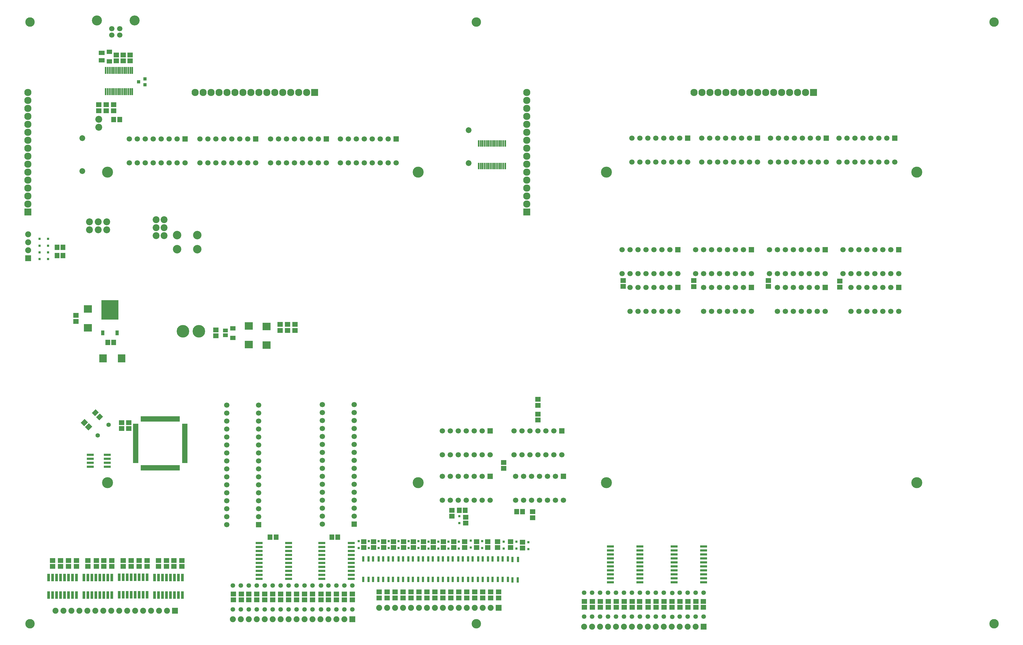
<source format=gbr>
G04 DipTrace 2.4.0.2*
%INMemoryBrd-TopMask.gbr*%
%MOMM*%
%ADD57C,3.0*%
%ADD65R,1.7X1.7*%
%ADD66C,1.7*%
%ADD67C,3.5*%
%ADD74C,1.9*%
%ADD75R,1.9X1.9*%
%ADD76R,0.7X1.7*%
%ADD78R,0.835X2.384*%
%ADD82R,1.05X1.05*%
%ADD84R,0.8X0.8*%
%ADD86C,3.2*%
%ADD88C,1.7*%
%ADD89C,2.7*%
%ADD90C,2.3*%
%ADD91C,1.47*%
%ADD93C,1.47*%
%ADD95C,1.85*%
%ADD97C,1.419*%
%ADD99R,1.55X1.2*%
%ADD101R,1.8X1.4*%
%ADD103R,2.3X2.3*%
%ADD104R,0.6X2.0*%
%ADD106R,2.2X0.8*%
%ADD114R,0.6X2.25*%
%ADD116R,1.8X0.5*%
%ADD118R,0.5X1.8*%
%ADD122C,2.2*%
%ADD124R,1.876X1.419*%
%ADD126R,2.486X2.588*%
%ADD128R,1.5X1.7*%
%ADD130R,2.588X2.486*%
%ADD132R,1.7X1.5*%
%ADD134C,4.01*%
%FSLAX53Y53*%
G04*
G71*
G90*
G75*
G01*
%LNTopMask*%
%LPD*%
D134*
X67632Y107006D3*
X62552D3*
D132*
X148286Y50004D3*
Y48104D3*
X98272Y107327D3*
Y109227D3*
X95893Y107324D3*
Y109224D3*
X93511Y107324D3*
Y109224D3*
D130*
X83509Y108753D3*
Y102784D3*
X89225Y108594D3*
Y102625D3*
D132*
X73030Y105578D3*
Y107478D3*
D130*
X32227Y114151D3*
Y108182D3*
D132*
X28417Y110182D3*
Y112082D3*
D126*
X43023Y98433D3*
X37054D3*
D128*
X92241Y41436D3*
X90341D3*
D124*
X36673Y193376D3*
Y195789D3*
D132*
X45723Y193217D3*
Y195117D3*
X43500Y193217D3*
Y195117D3*
X41277Y193217D3*
Y195117D3*
G36*
X33477Y81057D2*
X34680Y82259D1*
X35740Y81198D1*
X34538Y79996D1*
X33477Y81057D1*
G37*
G36*
X34821Y79713D2*
X36023Y80915D1*
X37084Y79855D1*
X35882Y78653D1*
X34821Y79713D1*
G37*
D132*
X45246Y77947D3*
Y76047D3*
G36*
X29985Y77881D2*
X31187Y79084D1*
X32247Y78023D1*
X31045Y76821D1*
X29985Y77881D1*
G37*
G36*
X31328Y76538D2*
X32530Y77740D1*
X33591Y76679D1*
X32389Y75477D1*
X31328Y76538D1*
G37*
D132*
X271965Y121137D3*
Y123037D3*
X249252Y121320D3*
Y123220D3*
D128*
X38578Y103514D3*
X40478D3*
X111928Y41436D3*
X110028D3*
D132*
X164798Y63346D3*
Y65246D3*
X202894Y121323D3*
Y123223D3*
X225446Y121295D3*
Y123195D3*
X174006Y47628D3*
Y49528D3*
X175755Y85348D3*
Y83448D3*
X170829Y37942D3*
Y39842D3*
X167019Y38101D3*
Y40001D3*
X162889Y38103D3*
Y40003D3*
X142411Y38102D3*
Y40002D3*
X159716Y38101D3*
Y40001D3*
X139236Y38102D3*
Y40002D3*
X156224Y38101D3*
Y40001D3*
X136061Y38102D3*
Y40002D3*
X152414Y38101D3*
Y40001D3*
X132885Y38102D3*
Y40002D3*
X148918Y38104D3*
Y40004D3*
X129710Y38102D3*
Y40002D3*
X145584Y38104D3*
Y40004D3*
X126535Y38102D3*
Y40002D3*
X123359Y38102D3*
Y40002D3*
X120184Y38102D3*
Y40002D3*
X228463Y19050D3*
Y20950D3*
X116530Y21434D3*
Y23334D3*
X226081Y19050D3*
Y20950D3*
X113992Y21431D3*
Y23331D3*
X223541Y19050D3*
Y20950D3*
X111452Y21431D3*
Y23331D3*
X221001Y19050D3*
Y20950D3*
X108912Y21431D3*
Y23331D3*
X218461Y19050D3*
Y20950D3*
X106530Y21431D3*
Y23331D3*
X215920Y19050D3*
Y20950D3*
X103829Y21434D3*
Y23334D3*
X213380Y19050D3*
Y20950D3*
X101291Y21431D3*
Y23331D3*
X210840Y19050D3*
Y20950D3*
X98751Y21431D3*
Y23331D3*
X208141Y19050D3*
Y20950D3*
X96210Y21431D3*
Y23331D3*
X205759Y19050D3*
Y20950D3*
X93670Y21431D3*
Y23331D3*
X203219Y19050D3*
Y20950D3*
X91130Y21431D3*
Y23331D3*
X200679Y19050D3*
Y20950D3*
X88590Y21431D3*
Y23331D3*
X198139Y19050D3*
Y20950D3*
X86047Y21434D3*
Y23334D3*
X195598Y19050D3*
Y20950D3*
X83509Y21431D3*
Y23331D3*
X193058Y19050D3*
Y20950D3*
X81127Y21431D3*
Y23331D3*
X190518Y19050D3*
Y20950D3*
X78587Y21431D3*
Y23331D3*
D122*
X35561Y141935D3*
Y139395D3*
G36*
X37490Y107330D2*
X36490D1*
Y105730D1*
X37490D1*
Y107330D1*
G37*
G36*
X41970Y116930D2*
X36570D1*
Y110730D1*
X41970D1*
Y116930D1*
G37*
G36*
X42050Y107330D2*
X41050D1*
Y105730D1*
X42050D1*
Y107330D1*
G37*
D65*
X160511Y75253D3*
D66*
X157971D3*
X155431D3*
X152891D3*
X150351D3*
X147811D3*
X145271D3*
Y67633D3*
X147811D3*
X150351D3*
X152891D3*
X155431D3*
X157971D3*
X160511D3*
D65*
Y60805D3*
D66*
X157971D3*
X155431D3*
X152891D3*
X150351D3*
X147811D3*
X145271D3*
Y53185D3*
X147811D3*
X150351D3*
X152891D3*
X155431D3*
X157971D3*
X160511D3*
D65*
X183850Y60805D3*
D66*
X181309D3*
X178769D3*
X176230D3*
X173690D3*
X171149D3*
X168609D3*
Y53185D3*
X171149D3*
X173690D3*
X176230D3*
X178769D3*
X181309D3*
X183850D3*
D118*
X61292Y79093D3*
X60792D3*
X60292D3*
X59792D3*
X59292D3*
X58792D3*
X58292D3*
X57792D3*
X57292D3*
X56792D3*
X56292D3*
X55792D3*
X55292D3*
X54792D3*
X54292D3*
X53792D3*
X53292D3*
X52792D3*
X52292D3*
X51792D3*
X51292D3*
X50792D3*
X50292D3*
X49792D3*
X49292D3*
D116*
X47497Y77288D3*
Y76788D3*
Y76288D3*
Y75788D3*
Y75288D3*
Y74788D3*
Y74288D3*
Y73788D3*
Y73288D3*
Y72788D3*
Y72288D3*
Y71788D3*
Y71288D3*
Y70788D3*
Y70288D3*
Y69788D3*
Y69288D3*
Y68788D3*
Y68288D3*
Y67788D3*
Y67288D3*
Y66788D3*
Y66288D3*
Y65788D3*
Y65288D3*
D118*
X49302Y63493D3*
X49802D3*
X50302D3*
X50802D3*
X51302D3*
X51802D3*
X52302D3*
X52802D3*
X53302D3*
X53802D3*
X54302D3*
X54802D3*
X55302D3*
X55802D3*
X56302D3*
X56802D3*
X57302D3*
X57802D3*
X58302D3*
X58802D3*
X59302D3*
X59802D3*
X60302D3*
X60802D3*
X61302D3*
D116*
X63097Y65298D3*
Y65798D3*
Y66298D3*
Y66798D3*
Y67298D3*
Y67798D3*
Y68298D3*
Y68798D3*
Y69298D3*
Y69798D3*
Y70298D3*
Y70798D3*
Y71298D3*
Y71798D3*
Y72298D3*
Y72798D3*
Y73298D3*
Y73798D3*
Y74298D3*
Y74798D3*
Y75298D3*
Y75798D3*
Y76298D3*
Y76798D3*
Y77298D3*
D114*
X37943Y183375D3*
X38593D3*
X39243D3*
X39893D3*
X40543D3*
X41193D3*
X41843D3*
X42493D3*
X43143D3*
X43793D3*
X44443D3*
X45093D3*
X45743D3*
X46393D3*
Y190175D3*
X45743D3*
X45093D3*
X44443D3*
X43793D3*
X43143D3*
X42493D3*
X41843D3*
X41193D3*
X40543D3*
X39893D3*
X39243D3*
X38593D3*
X37943D3*
D106*
X33021Y67632D3*
Y66362D3*
Y65092D3*
Y63822D3*
X38421D3*
Y65092D3*
Y66362D3*
Y67632D3*
D65*
X117175Y45560D3*
D66*
Y48100D3*
Y50640D3*
Y53180D3*
Y55720D3*
Y58260D3*
Y60800D3*
Y63340D3*
Y65880D3*
Y68420D3*
Y70960D3*
Y73500D3*
Y76040D3*
Y78580D3*
Y81120D3*
Y83660D3*
X107015D3*
Y81120D3*
Y78580D3*
Y76040D3*
Y73500D3*
Y70960D3*
Y68420D3*
Y65880D3*
Y63340D3*
Y60800D3*
Y58260D3*
Y55720D3*
Y53180D3*
Y50640D3*
Y48100D3*
Y45560D3*
D65*
X86692Y45438D3*
D66*
Y47978D3*
Y50518D3*
Y53058D3*
Y55598D3*
Y58138D3*
Y60678D3*
Y63218D3*
Y65758D3*
Y68298D3*
Y70838D3*
Y73378D3*
Y75918D3*
Y78458D3*
Y80998D3*
Y83538D3*
X76532D3*
Y80998D3*
Y78458D3*
Y75918D3*
Y73378D3*
Y70838D3*
Y68298D3*
Y65758D3*
Y63218D3*
Y60678D3*
Y58138D3*
Y55598D3*
Y53058D3*
Y50518D3*
Y47978D3*
Y45438D3*
D65*
X290844Y121003D3*
D66*
X288304D3*
X285764D3*
X283224D3*
X280684D3*
X278144D3*
X275604D3*
Y113383D3*
X278144D3*
X280684D3*
X283224D3*
X285764D3*
X288304D3*
X290844D3*
D65*
Y133068D3*
D66*
X288304D3*
X285764D3*
X283224D3*
X280684D3*
X278144D3*
X275604D3*
X273064D3*
Y125448D3*
X275604D3*
X278144D3*
X280684D3*
X283224D3*
X285764D3*
X288304D3*
X290844D3*
D65*
X267349Y121003D3*
D66*
X264809D3*
X262269D3*
X259729D3*
X257189D3*
X254649D3*
X252109D3*
Y113383D3*
X254649D3*
X257189D3*
X259729D3*
X262269D3*
X264809D3*
X267349D3*
D65*
Y133068D3*
D66*
X264809D3*
X262269D3*
X259729D3*
X257189D3*
X254649D3*
X252109D3*
X249569D3*
Y125448D3*
X252109D3*
X254649D3*
X257189D3*
X259729D3*
X262269D3*
X264809D3*
X267349D3*
D65*
X243854Y121003D3*
D66*
X241314D3*
X238774D3*
X236234D3*
X233694D3*
X231154D3*
X228614D3*
Y113383D3*
X231154D3*
X233694D3*
X236234D3*
X238774D3*
X241314D3*
X243854D3*
D65*
Y133068D3*
D66*
X241314D3*
X238774D3*
X236234D3*
X233694D3*
X231154D3*
X228614D3*
X226074D3*
Y125448D3*
X228614D3*
X231154D3*
X233694D3*
X236234D3*
X238774D3*
X241314D3*
X243854D3*
D65*
X220359Y121003D3*
D66*
X217819D3*
X215279D3*
X212739D3*
X210199D3*
X207659D3*
X205119D3*
Y113383D3*
X207659D3*
X210199D3*
X212739D3*
X215279D3*
X217819D3*
X220359D3*
D65*
Y133068D3*
D66*
X217819D3*
X215279D3*
X212739D3*
X210199D3*
X207659D3*
X205119D3*
X202579D3*
Y125448D3*
X205119D3*
X207659D3*
X210199D3*
X212739D3*
X215279D3*
X217819D3*
X220359D3*
D65*
X183372Y75254D3*
D66*
X180832D3*
X178292D3*
X175752D3*
X173212D3*
X170672D3*
X168132D3*
Y67634D3*
X170672D3*
X173212D3*
X175752D3*
X178292D3*
X180832D3*
X183372D3*
D65*
X130507Y168310D3*
D66*
X127967D3*
X125427D3*
X122887D3*
X120347D3*
X117807D3*
X115267D3*
X112727D3*
Y160690D3*
X115267D3*
X117807D3*
X120347D3*
X122887D3*
X125427D3*
X127967D3*
X130507D3*
D65*
X289574Y168628D3*
D66*
X287034D3*
X284494D3*
X281954D3*
X279414D3*
X276874D3*
X274334D3*
X271794D3*
Y161008D3*
X274334D3*
X276874D3*
X279414D3*
X281954D3*
X284494D3*
X287034D3*
X289574D3*
D104*
X156859Y159717D3*
X157509D3*
X158159D3*
X158809D3*
X159459D3*
X160109D3*
X160759D3*
X161409D3*
X162059D3*
X162709D3*
X163359D3*
X164009D3*
X164659D3*
X165309D3*
Y166917D3*
X164659D3*
X164009D3*
X163359D3*
X162709D3*
X162059D3*
X161409D3*
X160759D3*
X160109D3*
X159459D3*
X158809D3*
X158159D3*
X157509D3*
X156859D3*
D65*
X108282Y168310D3*
D66*
X105742D3*
X103202D3*
X100662D3*
X98122D3*
X95582D3*
X93042D3*
X90502D3*
Y160690D3*
X93042D3*
X95582D3*
X98122D3*
X100662D3*
X103202D3*
X105742D3*
X108282D3*
D65*
X267667Y168628D3*
D66*
X265127D3*
X262587D3*
X260047D3*
X257507D3*
X254967D3*
X252427D3*
X249887D3*
Y161008D3*
X252427D3*
X254967D3*
X257507D3*
X260047D3*
X262587D3*
X265127D3*
X267667D3*
D65*
X85739Y168310D3*
D66*
X83199D3*
X80659D3*
X78119D3*
X75579D3*
X73039D3*
X70499D3*
X67959D3*
Y160690D3*
X70499D3*
X73039D3*
X75579D3*
X78119D3*
X80659D3*
X83199D3*
X85739D3*
D65*
X245759Y168628D3*
D66*
X243219D3*
X240679D3*
X238139D3*
X235599D3*
X233059D3*
X230519D3*
X227979D3*
Y161008D3*
X230519D3*
X233059D3*
X235599D3*
X238139D3*
X240679D3*
X243219D3*
X245759D3*
D65*
X63197Y168310D3*
D66*
X60657D3*
X58117D3*
X55577D3*
X53037D3*
X50497D3*
X47957D3*
X45417D3*
Y160690D3*
X47957D3*
X50497D3*
X53037D3*
X55577D3*
X58117D3*
X60657D3*
X63197D3*
D65*
X223464Y168576D3*
D66*
X220924D3*
X218384D3*
X215844D3*
X213304D3*
X210764D3*
X208224D3*
X205684D3*
Y160956D3*
X208224D3*
X210764D3*
X213304D3*
X215844D3*
X218384D3*
X220924D3*
X223464D3*
D122*
X35721Y174644D3*
Y172104D3*
D103*
X13124Y145038D3*
D90*
Y147578D3*
Y150118D3*
Y152658D3*
Y155198D3*
Y157738D3*
Y160278D3*
Y162818D3*
Y165358D3*
Y167898D3*
Y170438D3*
Y172978D3*
Y175518D3*
Y178058D3*
Y180598D3*
Y183138D3*
D103*
X104564D3*
D90*
X102024D3*
X99484D3*
X96944D3*
X94404D3*
X91864D3*
X89324D3*
X86784D3*
X84244D3*
X81704D3*
X79164D3*
X76624D3*
X74084D3*
X71544D3*
X69004D3*
X66464D3*
D67*
X38524Y58738D3*
Y157738D3*
X137524Y58738D3*
Y157738D3*
D103*
X172192Y145038D3*
D90*
Y147578D3*
Y150118D3*
Y152658D3*
Y155198D3*
Y157738D3*
Y160278D3*
Y162818D3*
Y165358D3*
Y167898D3*
Y170438D3*
Y172978D3*
Y175518D3*
Y178058D3*
Y180598D3*
Y183138D3*
D103*
X263632D3*
D90*
X261092D3*
X258552D3*
X256012D3*
X253472D3*
X250932D3*
X248392D3*
X245852D3*
X243312D3*
X240772D3*
X238232D3*
X235692D3*
X233152D3*
X230612D3*
X228072D3*
X225532D3*
D67*
X197592Y58738D3*
Y157738D3*
X296592Y58738D3*
Y157738D3*
D57*
X13810Y205601D3*
X321183D3*
Y13810D3*
X13810D3*
X156065D3*
Y205601D3*
D122*
X53979Y142583D3*
Y140043D3*
Y137503D3*
X56519D3*
Y140043D3*
Y142583D3*
D101*
X78428Y107959D3*
Y104959D3*
D99*
X76091Y105780D3*
Y107280D3*
D101*
X39054Y196075D3*
Y193075D3*
D122*
X38260Y141935D3*
Y139395D3*
X32704Y141935D3*
Y139395D3*
D97*
X35403Y73824D3*
X38815Y77237D3*
D132*
X152729Y47784D3*
Y45884D3*
D128*
X152572Y50009D3*
X150672D3*
X40483Y174485D3*
X42383D3*
D132*
X38102Y179248D3*
Y177348D3*
X40483Y179248D3*
Y177348D3*
X35721Y179248D3*
Y177348D3*
X43023Y77947D3*
Y76047D3*
D128*
X24286Y131136D3*
X22386D3*
X24286Y133835D3*
X22386D3*
X168931Y49533D3*
X170831D3*
D132*
X175755Y78749D3*
Y80649D3*
D95*
X30481Y168608D3*
Y158058D3*
X153684Y171148D3*
Y160598D3*
D132*
X163209Y22067D3*
Y23967D3*
X160669Y22067D3*
Y23967D3*
X158129Y22067D3*
Y23967D3*
X142888Y22066D3*
Y23966D3*
X155589Y22067D3*
Y23967D3*
X140347Y22066D3*
Y23966D3*
X153049Y22067D3*
Y23967D3*
X137807Y22066D3*
Y23966D3*
X150509Y22067D3*
Y23967D3*
X135267Y22066D3*
Y23966D3*
X147968Y22066D3*
Y23966D3*
X132727Y22066D3*
Y23966D3*
X145428Y22066D3*
Y23966D3*
X130186Y22066D3*
Y23966D3*
X127646Y22066D3*
Y23966D3*
X125106Y22066D3*
Y23966D3*
X62232Y33971D3*
Y32071D3*
X51121Y33969D3*
Y32069D3*
X39848Y33969D3*
Y32069D3*
X28573Y33971D3*
Y32071D3*
X59691Y33971D3*
Y32071D3*
X48580Y33969D3*
Y32069D3*
X37308Y33969D3*
Y32069D3*
X26035Y33969D3*
Y32069D3*
X57310Y33971D3*
Y32071D3*
X46037Y33971D3*
Y32071D3*
X34926Y33969D3*
Y32069D3*
X23495Y33969D3*
Y32069D3*
X54772Y33969D3*
Y32069D3*
X43500Y33969D3*
Y32069D3*
X32227Y33969D3*
Y32069D3*
X20955Y33969D3*
Y32069D3*
D93*
X228614Y23689D3*
D91*
Y16069D3*
D93*
X116583Y26032D3*
D91*
Y18412D3*
D93*
X226074Y23689D3*
D91*
Y16069D3*
D93*
X114043Y26032D3*
D91*
Y18412D3*
D93*
X223534Y23689D3*
D91*
Y16069D3*
D93*
X111503Y26032D3*
D91*
Y18412D3*
D93*
X220994Y23689D3*
D91*
Y16069D3*
D93*
X108963Y26032D3*
D91*
Y18412D3*
D93*
X218603Y23654D3*
D91*
Y16034D3*
D93*
X106572Y25997D3*
D91*
Y18377D3*
D93*
X215914Y23689D3*
D91*
Y16069D3*
D93*
X103883Y26032D3*
D91*
Y18412D3*
D93*
X213374Y23689D3*
D91*
Y16069D3*
D93*
X101343Y26032D3*
D91*
Y18412D3*
D93*
X210834Y23689D3*
D91*
Y16069D3*
D93*
X98803Y26032D3*
D91*
Y18412D3*
D93*
X208294Y23689D3*
D91*
Y16069D3*
D93*
X96263Y26032D3*
D91*
Y18412D3*
D93*
X205754Y23689D3*
D91*
Y16069D3*
D93*
X93723Y26032D3*
D91*
Y18412D3*
D93*
X203214Y23689D3*
D91*
Y16069D3*
D93*
X91183Y26032D3*
D91*
Y18412D3*
D93*
X200674Y23689D3*
D91*
Y16069D3*
D93*
X88643Y26032D3*
D91*
Y18412D3*
D93*
X198134Y23689D3*
D91*
Y16069D3*
D93*
X86103Y26032D3*
D91*
Y18412D3*
D93*
X195594Y23689D3*
D91*
Y16069D3*
D93*
X83563Y26032D3*
D91*
Y18412D3*
D93*
X193054Y23689D3*
D91*
Y16069D3*
D93*
X81023Y26032D3*
D91*
Y18412D3*
D93*
X190514Y23689D3*
D91*
Y16069D3*
D93*
X78483Y26032D3*
D91*
Y18412D3*
D89*
X60647Y133203D3*
Y137703D3*
X67147D3*
Y133203D3*
D106*
X116222Y28097D3*
Y29367D3*
Y30637D3*
Y31907D3*
Y33177D3*
Y34447D3*
Y35717D3*
Y36987D3*
Y38257D3*
Y39527D3*
X106822D3*
Y38257D3*
Y36987D3*
Y35717D3*
Y34447D3*
Y33177D3*
Y31907D3*
Y30637D3*
Y29367D3*
Y28097D3*
X228614Y27023D3*
Y28293D3*
Y29563D3*
Y30833D3*
Y32103D3*
Y33373D3*
Y34643D3*
Y35913D3*
Y37183D3*
Y38453D3*
X219214D3*
Y37183D3*
Y35913D3*
Y34643D3*
Y33373D3*
Y32103D3*
Y30833D3*
Y29563D3*
Y28293D3*
Y27023D3*
X96220Y28097D3*
Y29367D3*
Y30637D3*
Y31907D3*
Y33177D3*
Y34447D3*
Y35717D3*
Y36987D3*
Y38257D3*
Y39527D3*
X86820D3*
Y38257D3*
Y36987D3*
Y35717D3*
Y34447D3*
Y33177D3*
Y31907D3*
Y30637D3*
Y29367D3*
Y28097D3*
X208294Y27023D3*
Y28293D3*
Y29563D3*
Y30833D3*
Y32103D3*
Y33373D3*
Y34643D3*
Y35913D3*
Y37183D3*
Y38453D3*
X198894D3*
Y37183D3*
Y35913D3*
Y34643D3*
Y33373D3*
Y32103D3*
Y30833D3*
Y29563D3*
Y28293D3*
Y27023D3*
D88*
X42388Y201473D3*
X39888D3*
X42388Y203473D3*
X39888D3*
D86*
X47164Y206124D3*
X35099D3*
D84*
X150667Y45881D3*
Y48081D3*
D82*
X48421Y186550D3*
X50421Y185600D3*
Y187500D3*
D84*
X16827Y130028D3*
Y132228D3*
X19526Y130028D3*
Y132228D3*
X16827Y134314D3*
Y136514D3*
X19526Y134314D3*
Y136514D3*
D78*
X62393Y28576D3*
X61123D3*
X59853D3*
X58583D3*
X57313D3*
X56043D3*
X54773D3*
X53503D3*
Y22988D3*
X54773D3*
X56043D3*
X57313D3*
X58583D3*
X59853D3*
X61123D3*
X62393D3*
X51120Y28607D3*
X49850D3*
X48580D3*
X47310D3*
X46040D3*
X44770D3*
X43500D3*
X42230D3*
Y23019D3*
X43500D3*
X44770D3*
X46040D3*
X47310D3*
X48580D3*
X49850D3*
X51120D3*
X39848Y28576D3*
X38578D3*
X37308D3*
X36038D3*
X34768D3*
X33498D3*
X32228D3*
X30958D3*
Y22988D3*
X32228D3*
X33498D3*
X34768D3*
X36038D3*
X37308D3*
X38578D3*
X39848D3*
X28576Y28576D3*
X27306D3*
X26036D3*
X24766D3*
X23496D3*
X22226D3*
X20956D3*
X19686D3*
Y22988D3*
X20956D3*
X22226D3*
X23496D3*
X24766D3*
X26036D3*
X27306D3*
X28576D3*
D76*
X167654Y27782D3*
X169323Y27812D3*
X167654Y34349D3*
X169353Y34348D3*
X164479Y27941D3*
X166148Y27970D3*
X164479Y34507D3*
X166178Y34506D3*
X161304Y27941D3*
X162973Y27970D3*
X161304Y34507D3*
X163003Y34506D3*
X142253Y27941D3*
X143922Y27970D3*
X142253Y34507D3*
X143952Y34506D3*
X158129Y27941D3*
X159798Y27970D3*
X158129Y34507D3*
X159828Y34506D3*
X139077Y27941D3*
X140746Y27970D3*
X139077Y34507D3*
X140776Y34506D3*
X154954Y27941D3*
X156623Y27970D3*
X154954Y34507D3*
X156653Y34506D3*
X135902Y27941D3*
X137571Y27970D3*
X135902Y34507D3*
X137601Y34506D3*
X151779Y27941D3*
X153448Y27970D3*
X151779Y34507D3*
X153478Y34506D3*
X132727Y27941D3*
X134396Y27970D3*
X132727Y34507D3*
X134426Y34506D3*
X148603Y27941D3*
X150272Y27970D3*
X148603Y34507D3*
X150302Y34506D3*
X129551Y27941D3*
X131220Y27970D3*
X129551Y34507D3*
X131250Y34506D3*
X145428Y27941D3*
X147097Y27970D3*
X145428Y34507D3*
X147127Y34506D3*
X126376Y27941D3*
X128045Y27970D3*
X126376Y34507D3*
X128075Y34506D3*
X123201Y27941D3*
X124870Y27970D3*
X123201Y34507D3*
X124900Y34506D3*
X120025Y27941D3*
X121694Y27970D3*
X120025Y34507D3*
X121724Y34506D3*
D84*
X172734Y37647D3*
Y39847D3*
X168924Y37806D3*
Y40006D3*
X164796Y37806D3*
Y40006D3*
X140824Y37784D3*
Y39984D3*
X157959Y37953D3*
Y40153D3*
X137648Y37943D3*
Y40143D3*
X154319Y38123D3*
Y40323D3*
X134473Y37943D3*
Y40143D3*
X150509Y37783D3*
Y39983D3*
X131298Y37943D3*
Y40143D3*
X147174Y37784D3*
Y39984D3*
X128122Y37943D3*
Y40143D3*
X143999Y37784D3*
Y39984D3*
X124947Y37943D3*
Y40143D3*
X121772Y37943D3*
Y40143D3*
X118596Y37943D3*
Y40143D3*
D75*
X163209Y18892D3*
D74*
X160669D3*
X158129D3*
X155589D3*
X153049D3*
X150509D3*
X147969D3*
X145429D3*
X142889D3*
X140349D3*
X137809D3*
X135269D3*
X132729D3*
X130189D3*
X127649D3*
X125109D3*
D75*
X60011Y17938D3*
D74*
X57471D3*
X54931D3*
X52392D3*
X49852D3*
X47312D3*
X44772D3*
X42232D3*
X39691D3*
X37151D3*
X34611D3*
X32071D3*
X29531D3*
X26992D3*
X24452D3*
X21912D3*
D75*
X13175Y130345D3*
D74*
Y132885D3*
Y135425D3*
Y137965D3*
D75*
X228614Y12894D3*
D74*
X226074D3*
X223534D3*
X220994D3*
X218454D3*
X215914D3*
X213374D3*
X210834D3*
X208294D3*
X205754D3*
X203214D3*
X200674D3*
X198134D3*
X195594D3*
X193054D3*
X190514D3*
D75*
X116583Y15237D3*
D74*
X114043D3*
X111503D3*
X108963D3*
X106423D3*
X103883D3*
X101343D3*
X98803D3*
X96263D3*
X93723D3*
X91183D3*
X88643D3*
X86103D3*
X83563D3*
X81023D3*
X78483D3*
M02*

</source>
